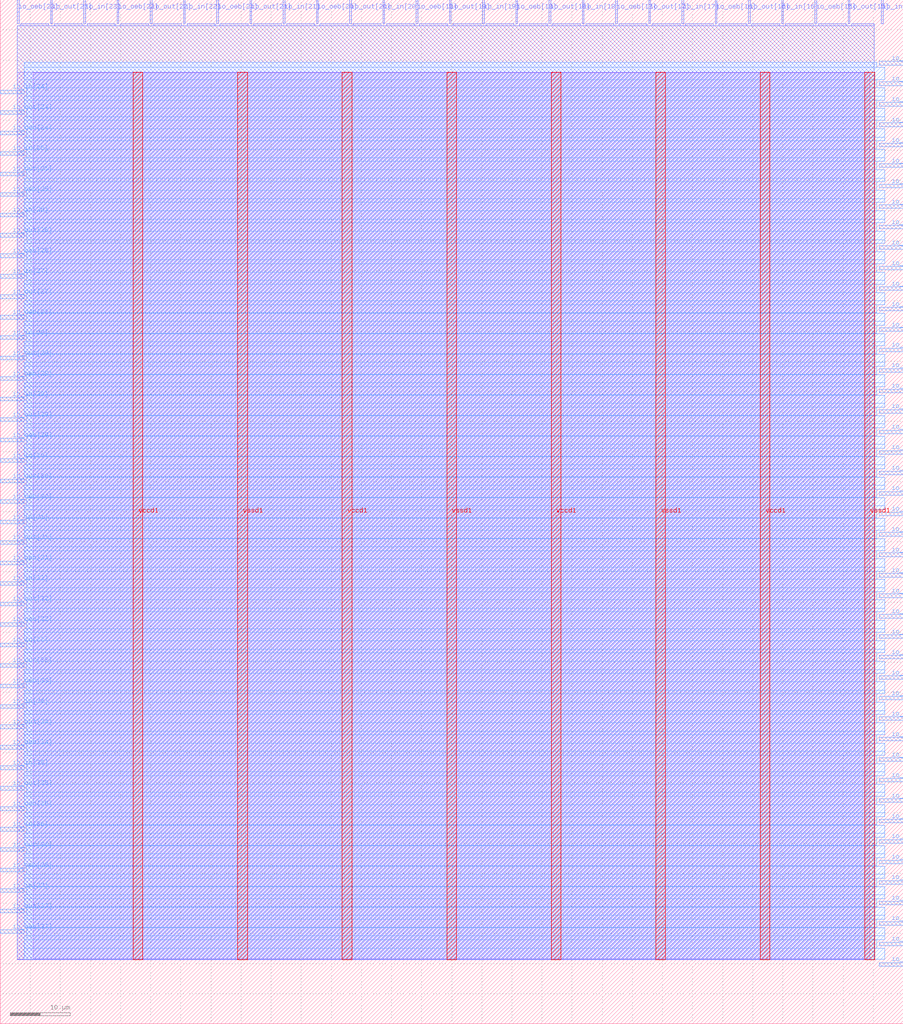
<source format=lef>
VERSION 5.7 ;
  NOWIREEXTENSIONATPIN ON ;
  DIVIDERCHAR "/" ;
  BUSBITCHARS "[]" ;
MACRO tiny_user_project
  CLASS BLOCK ;
  FOREIGN tiny_user_project ;
  ORIGIN 0.000 0.000 ;
  SIZE 150.000 BY 170.000 ;
  PIN io_in[0]
    DIRECTION INPUT ;
    USE SIGNAL ;
    PORT
      LAYER met3 ;
        RECT 146.000 9.560 150.000 10.160 ;
    END
  END io_in[0]
  PIN io_in[10]
    DIRECTION INPUT ;
    USE SIGNAL ;
    PORT
      LAYER met3 ;
        RECT 146.000 111.560 150.000 112.160 ;
    END
  END io_in[10]
  PIN io_in[11]
    DIRECTION INPUT ;
    USE SIGNAL ;
    PORT
      LAYER met3 ;
        RECT 146.000 121.760 150.000 122.360 ;
    END
  END io_in[11]
  PIN io_in[12]
    DIRECTION INPUT ;
    USE SIGNAL ;
    PORT
      LAYER met3 ;
        RECT 146.000 131.960 150.000 132.560 ;
    END
  END io_in[12]
  PIN io_in[13]
    DIRECTION INPUT ;
    USE SIGNAL ;
    PORT
      LAYER met3 ;
        RECT 146.000 142.160 150.000 142.760 ;
    END
  END io_in[13]
  PIN io_in[14]
    DIRECTION INPUT ;
    USE SIGNAL ;
    PORT
      LAYER met3 ;
        RECT 146.000 152.360 150.000 152.960 ;
    END
  END io_in[14]
  PIN io_in[15]
    DIRECTION INPUT ;
    USE SIGNAL ;
    PORT
      LAYER met2 ;
        RECT 146.370 166.000 146.650 170.000 ;
    END
  END io_in[15]
  PIN io_in[16]
    DIRECTION INPUT ;
    USE SIGNAL ;
    PORT
      LAYER met2 ;
        RECT 129.810 166.000 130.090 170.000 ;
    END
  END io_in[16]
  PIN io_in[17]
    DIRECTION INPUT ;
    USE SIGNAL ;
    PORT
      LAYER met2 ;
        RECT 113.250 166.000 113.530 170.000 ;
    END
  END io_in[17]
  PIN io_in[18]
    DIRECTION INPUT ;
    USE SIGNAL ;
    PORT
      LAYER met2 ;
        RECT 96.690 166.000 96.970 170.000 ;
    END
  END io_in[18]
  PIN io_in[19]
    DIRECTION INPUT ;
    USE SIGNAL ;
    PORT
      LAYER met2 ;
        RECT 80.130 166.000 80.410 170.000 ;
    END
  END io_in[19]
  PIN io_in[1]
    DIRECTION INPUT ;
    USE SIGNAL ;
    PORT
      LAYER met3 ;
        RECT 146.000 19.760 150.000 20.360 ;
    END
  END io_in[1]
  PIN io_in[20]
    DIRECTION INPUT ;
    USE SIGNAL ;
    PORT
      LAYER met2 ;
        RECT 63.570 166.000 63.850 170.000 ;
    END
  END io_in[20]
  PIN io_in[21]
    DIRECTION INPUT ;
    USE SIGNAL ;
    PORT
      LAYER met2 ;
        RECT 47.010 166.000 47.290 170.000 ;
    END
  END io_in[21]
  PIN io_in[22]
    DIRECTION INPUT ;
    USE SIGNAL ;
    PORT
      LAYER met2 ;
        RECT 30.450 166.000 30.730 170.000 ;
    END
  END io_in[22]
  PIN io_in[23]
    DIRECTION INPUT ;
    USE SIGNAL ;
    PORT
      LAYER met2 ;
        RECT 13.890 166.000 14.170 170.000 ;
    END
  END io_in[23]
  PIN io_in[24]
    DIRECTION INPUT ;
    USE SIGNAL ;
    PORT
      LAYER met3 ;
        RECT 0.000 154.400 4.000 155.000 ;
    END
  END io_in[24]
  PIN io_in[25]
    DIRECTION INPUT ;
    USE SIGNAL ;
    PORT
      LAYER met3 ;
        RECT 0.000 144.200 4.000 144.800 ;
    END
  END io_in[25]
  PIN io_in[26]
    DIRECTION INPUT ;
    USE SIGNAL ;
    PORT
      LAYER met3 ;
        RECT 0.000 134.000 4.000 134.600 ;
    END
  END io_in[26]
  PIN io_in[27]
    DIRECTION INPUT ;
    USE SIGNAL ;
    PORT
      LAYER met3 ;
        RECT 0.000 123.800 4.000 124.400 ;
    END
  END io_in[27]
  PIN io_in[28]
    DIRECTION INPUT ;
    USE SIGNAL ;
    PORT
      LAYER met3 ;
        RECT 0.000 113.600 4.000 114.200 ;
    END
  END io_in[28]
  PIN io_in[29]
    DIRECTION INPUT ;
    USE SIGNAL ;
    PORT
      LAYER met3 ;
        RECT 0.000 103.400 4.000 104.000 ;
    END
  END io_in[29]
  PIN io_in[2]
    DIRECTION INPUT ;
    USE SIGNAL ;
    PORT
      LAYER met3 ;
        RECT 146.000 29.960 150.000 30.560 ;
    END
  END io_in[2]
  PIN io_in[30]
    DIRECTION INPUT ;
    USE SIGNAL ;
    PORT
      LAYER met3 ;
        RECT 0.000 93.200 4.000 93.800 ;
    END
  END io_in[30]
  PIN io_in[31]
    DIRECTION INPUT ;
    USE SIGNAL ;
    PORT
      LAYER met3 ;
        RECT 0.000 83.000 4.000 83.600 ;
    END
  END io_in[31]
  PIN io_in[32]
    DIRECTION INPUT ;
    USE SIGNAL ;
    PORT
      LAYER met3 ;
        RECT 0.000 72.800 4.000 73.400 ;
    END
  END io_in[32]
  PIN io_in[33]
    DIRECTION INPUT ;
    USE SIGNAL ;
    PORT
      LAYER met3 ;
        RECT 0.000 62.600 4.000 63.200 ;
    END
  END io_in[33]
  PIN io_in[34]
    DIRECTION INPUT ;
    USE SIGNAL ;
    PORT
      LAYER met3 ;
        RECT 0.000 52.400 4.000 53.000 ;
    END
  END io_in[34]
  PIN io_in[35]
    DIRECTION INPUT ;
    USE SIGNAL ;
    PORT
      LAYER met3 ;
        RECT 0.000 42.200 4.000 42.800 ;
    END
  END io_in[35]
  PIN io_in[36]
    DIRECTION INPUT ;
    USE SIGNAL ;
    PORT
      LAYER met3 ;
        RECT 0.000 32.000 4.000 32.600 ;
    END
  END io_in[36]
  PIN io_in[37]
    DIRECTION INPUT ;
    USE SIGNAL ;
    PORT
      LAYER met3 ;
        RECT 0.000 21.800 4.000 22.400 ;
    END
  END io_in[37]
  PIN io_in[3]
    DIRECTION INPUT ;
    USE SIGNAL ;
    PORT
      LAYER met3 ;
        RECT 146.000 40.160 150.000 40.760 ;
    END
  END io_in[3]
  PIN io_in[4]
    DIRECTION INPUT ;
    USE SIGNAL ;
    PORT
      LAYER met3 ;
        RECT 146.000 50.360 150.000 50.960 ;
    END
  END io_in[4]
  PIN io_in[5]
    DIRECTION INPUT ;
    USE SIGNAL ;
    PORT
      LAYER met3 ;
        RECT 146.000 60.560 150.000 61.160 ;
    END
  END io_in[5]
  PIN io_in[6]
    DIRECTION INPUT ;
    USE SIGNAL ;
    PORT
      LAYER met3 ;
        RECT 146.000 70.760 150.000 71.360 ;
    END
  END io_in[6]
  PIN io_in[7]
    DIRECTION INPUT ;
    USE SIGNAL ;
    PORT
      LAYER met3 ;
        RECT 146.000 80.960 150.000 81.560 ;
    END
  END io_in[7]
  PIN io_in[8]
    DIRECTION INPUT ;
    USE SIGNAL ;
    PORT
      LAYER met3 ;
        RECT 146.000 91.160 150.000 91.760 ;
    END
  END io_in[8]
  PIN io_in[9]
    DIRECTION INPUT ;
    USE SIGNAL ;
    PORT
      LAYER met3 ;
        RECT 146.000 101.360 150.000 101.960 ;
    END
  END io_in[9]
  PIN io_oeb[0]
    DIRECTION OUTPUT TRISTATE ;
    USE SIGNAL ;
    PORT
      LAYER met3 ;
        RECT 146.000 16.360 150.000 16.960 ;
    END
  END io_oeb[0]
  PIN io_oeb[10]
    DIRECTION OUTPUT TRISTATE ;
    USE SIGNAL ;
    PORT
      LAYER met3 ;
        RECT 146.000 118.360 150.000 118.960 ;
    END
  END io_oeb[10]
  PIN io_oeb[11]
    DIRECTION OUTPUT TRISTATE ;
    USE SIGNAL ;
    PORT
      LAYER met3 ;
        RECT 146.000 128.560 150.000 129.160 ;
    END
  END io_oeb[11]
  PIN io_oeb[12]
    DIRECTION OUTPUT TRISTATE ;
    USE SIGNAL ;
    PORT
      LAYER met3 ;
        RECT 146.000 138.760 150.000 139.360 ;
    END
  END io_oeb[12]
  PIN io_oeb[13]
    DIRECTION OUTPUT TRISTATE ;
    USE SIGNAL ;
    PORT
      LAYER met3 ;
        RECT 146.000 148.960 150.000 149.560 ;
    END
  END io_oeb[13]
  PIN io_oeb[14]
    DIRECTION OUTPUT TRISTATE ;
    USE SIGNAL ;
    PORT
      LAYER met3 ;
        RECT 146.000 159.160 150.000 159.760 ;
    END
  END io_oeb[14]
  PIN io_oeb[15]
    DIRECTION OUTPUT TRISTATE ;
    USE SIGNAL ;
    PORT
      LAYER met2 ;
        RECT 135.330 166.000 135.610 170.000 ;
    END
  END io_oeb[15]
  PIN io_oeb[16]
    DIRECTION OUTPUT TRISTATE ;
    USE SIGNAL ;
    PORT
      LAYER met2 ;
        RECT 118.770 166.000 119.050 170.000 ;
    END
  END io_oeb[16]
  PIN io_oeb[17]
    DIRECTION OUTPUT TRISTATE ;
    USE SIGNAL ;
    PORT
      LAYER met2 ;
        RECT 102.210 166.000 102.490 170.000 ;
    END
  END io_oeb[17]
  PIN io_oeb[18]
    DIRECTION OUTPUT TRISTATE ;
    USE SIGNAL ;
    PORT
      LAYER met2 ;
        RECT 85.650 166.000 85.930 170.000 ;
    END
  END io_oeb[18]
  PIN io_oeb[19]
    DIRECTION OUTPUT TRISTATE ;
    USE SIGNAL ;
    PORT
      LAYER met2 ;
        RECT 69.090 166.000 69.370 170.000 ;
    END
  END io_oeb[19]
  PIN io_oeb[1]
    DIRECTION OUTPUT TRISTATE ;
    USE SIGNAL ;
    PORT
      LAYER met3 ;
        RECT 146.000 26.560 150.000 27.160 ;
    END
  END io_oeb[1]
  PIN io_oeb[20]
    DIRECTION OUTPUT TRISTATE ;
    USE SIGNAL ;
    PORT
      LAYER met2 ;
        RECT 52.530 166.000 52.810 170.000 ;
    END
  END io_oeb[20]
  PIN io_oeb[21]
    DIRECTION OUTPUT TRISTATE ;
    USE SIGNAL ;
    PORT
      LAYER met2 ;
        RECT 35.970 166.000 36.250 170.000 ;
    END
  END io_oeb[21]
  PIN io_oeb[22]
    DIRECTION OUTPUT TRISTATE ;
    USE SIGNAL ;
    PORT
      LAYER met2 ;
        RECT 19.410 166.000 19.690 170.000 ;
    END
  END io_oeb[22]
  PIN io_oeb[23]
    DIRECTION OUTPUT TRISTATE ;
    USE SIGNAL ;
    PORT
      LAYER met2 ;
        RECT 2.850 166.000 3.130 170.000 ;
    END
  END io_oeb[23]
  PIN io_oeb[24]
    DIRECTION OUTPUT TRISTATE ;
    USE SIGNAL ;
    PORT
      LAYER met3 ;
        RECT 0.000 147.600 4.000 148.200 ;
    END
  END io_oeb[24]
  PIN io_oeb[25]
    DIRECTION OUTPUT TRISTATE ;
    USE SIGNAL ;
    PORT
      LAYER met3 ;
        RECT 0.000 137.400 4.000 138.000 ;
    END
  END io_oeb[25]
  PIN io_oeb[26]
    DIRECTION OUTPUT TRISTATE ;
    USE SIGNAL ;
    PORT
      LAYER met3 ;
        RECT 0.000 127.200 4.000 127.800 ;
    END
  END io_oeb[26]
  PIN io_oeb[27]
    DIRECTION OUTPUT TRISTATE ;
    USE SIGNAL ;
    PORT
      LAYER met3 ;
        RECT 0.000 117.000 4.000 117.600 ;
    END
  END io_oeb[27]
  PIN io_oeb[28]
    DIRECTION OUTPUT TRISTATE ;
    USE SIGNAL ;
    PORT
      LAYER met3 ;
        RECT 0.000 106.800 4.000 107.400 ;
    END
  END io_oeb[28]
  PIN io_oeb[29]
    DIRECTION OUTPUT TRISTATE ;
    USE SIGNAL ;
    PORT
      LAYER met3 ;
        RECT 0.000 96.600 4.000 97.200 ;
    END
  END io_oeb[29]
  PIN io_oeb[2]
    DIRECTION OUTPUT TRISTATE ;
    USE SIGNAL ;
    PORT
      LAYER met3 ;
        RECT 146.000 36.760 150.000 37.360 ;
    END
  END io_oeb[2]
  PIN io_oeb[30]
    DIRECTION OUTPUT TRISTATE ;
    USE SIGNAL ;
    PORT
      LAYER met3 ;
        RECT 0.000 86.400 4.000 87.000 ;
    END
  END io_oeb[30]
  PIN io_oeb[31]
    DIRECTION OUTPUT TRISTATE ;
    USE SIGNAL ;
    PORT
      LAYER met3 ;
        RECT 0.000 76.200 4.000 76.800 ;
    END
  END io_oeb[31]
  PIN io_oeb[32]
    DIRECTION OUTPUT TRISTATE ;
    USE SIGNAL ;
    PORT
      LAYER met3 ;
        RECT 0.000 66.000 4.000 66.600 ;
    END
  END io_oeb[32]
  PIN io_oeb[33]
    DIRECTION OUTPUT TRISTATE ;
    USE SIGNAL ;
    PORT
      LAYER met3 ;
        RECT 0.000 55.800 4.000 56.400 ;
    END
  END io_oeb[33]
  PIN io_oeb[34]
    DIRECTION OUTPUT TRISTATE ;
    USE SIGNAL ;
    PORT
      LAYER met3 ;
        RECT 0.000 45.600 4.000 46.200 ;
    END
  END io_oeb[34]
  PIN io_oeb[35]
    DIRECTION OUTPUT TRISTATE ;
    USE SIGNAL ;
    PORT
      LAYER met3 ;
        RECT 0.000 35.400 4.000 36.000 ;
    END
  END io_oeb[35]
  PIN io_oeb[36]
    DIRECTION OUTPUT TRISTATE ;
    USE SIGNAL ;
    PORT
      LAYER met3 ;
        RECT 0.000 25.200 4.000 25.800 ;
    END
  END io_oeb[36]
  PIN io_oeb[37]
    DIRECTION OUTPUT TRISTATE ;
    USE SIGNAL ;
    PORT
      LAYER met3 ;
        RECT 0.000 15.000 4.000 15.600 ;
    END
  END io_oeb[37]
  PIN io_oeb[3]
    DIRECTION OUTPUT TRISTATE ;
    USE SIGNAL ;
    PORT
      LAYER met3 ;
        RECT 146.000 46.960 150.000 47.560 ;
    END
  END io_oeb[3]
  PIN io_oeb[4]
    DIRECTION OUTPUT TRISTATE ;
    USE SIGNAL ;
    PORT
      LAYER met3 ;
        RECT 146.000 57.160 150.000 57.760 ;
    END
  END io_oeb[4]
  PIN io_oeb[5]
    DIRECTION OUTPUT TRISTATE ;
    USE SIGNAL ;
    PORT
      LAYER met3 ;
        RECT 146.000 67.360 150.000 67.960 ;
    END
  END io_oeb[5]
  PIN io_oeb[6]
    DIRECTION OUTPUT TRISTATE ;
    USE SIGNAL ;
    PORT
      LAYER met3 ;
        RECT 146.000 77.560 150.000 78.160 ;
    END
  END io_oeb[6]
  PIN io_oeb[7]
    DIRECTION OUTPUT TRISTATE ;
    USE SIGNAL ;
    PORT
      LAYER met3 ;
        RECT 146.000 87.760 150.000 88.360 ;
    END
  END io_oeb[7]
  PIN io_oeb[8]
    DIRECTION OUTPUT TRISTATE ;
    USE SIGNAL ;
    PORT
      LAYER met3 ;
        RECT 146.000 97.960 150.000 98.560 ;
    END
  END io_oeb[8]
  PIN io_oeb[9]
    DIRECTION OUTPUT TRISTATE ;
    USE SIGNAL ;
    PORT
      LAYER met3 ;
        RECT 146.000 108.160 150.000 108.760 ;
    END
  END io_oeb[9]
  PIN io_out[0]
    DIRECTION OUTPUT TRISTATE ;
    USE SIGNAL ;
    PORT
      LAYER met3 ;
        RECT 146.000 12.960 150.000 13.560 ;
    END
  END io_out[0]
  PIN io_out[10]
    DIRECTION OUTPUT TRISTATE ;
    USE SIGNAL ;
    PORT
      LAYER met3 ;
        RECT 146.000 114.960 150.000 115.560 ;
    END
  END io_out[10]
  PIN io_out[11]
    DIRECTION OUTPUT TRISTATE ;
    USE SIGNAL ;
    PORT
      LAYER met3 ;
        RECT 146.000 125.160 150.000 125.760 ;
    END
  END io_out[11]
  PIN io_out[12]
    DIRECTION OUTPUT TRISTATE ;
    USE SIGNAL ;
    PORT
      LAYER met3 ;
        RECT 146.000 135.360 150.000 135.960 ;
    END
  END io_out[12]
  PIN io_out[13]
    DIRECTION OUTPUT TRISTATE ;
    USE SIGNAL ;
    PORT
      LAYER met3 ;
        RECT 146.000 145.560 150.000 146.160 ;
    END
  END io_out[13]
  PIN io_out[14]
    DIRECTION OUTPUT TRISTATE ;
    USE SIGNAL ;
    PORT
      LAYER met3 ;
        RECT 146.000 155.760 150.000 156.360 ;
    END
  END io_out[14]
  PIN io_out[15]
    DIRECTION OUTPUT TRISTATE ;
    USE SIGNAL ;
    PORT
      LAYER met2 ;
        RECT 140.850 166.000 141.130 170.000 ;
    END
  END io_out[15]
  PIN io_out[16]
    DIRECTION OUTPUT TRISTATE ;
    USE SIGNAL ;
    PORT
      LAYER met2 ;
        RECT 124.290 166.000 124.570 170.000 ;
    END
  END io_out[16]
  PIN io_out[17]
    DIRECTION OUTPUT TRISTATE ;
    USE SIGNAL ;
    PORT
      LAYER met2 ;
        RECT 107.730 166.000 108.010 170.000 ;
    END
  END io_out[17]
  PIN io_out[18]
    DIRECTION OUTPUT TRISTATE ;
    USE SIGNAL ;
    PORT
      LAYER met2 ;
        RECT 91.170 166.000 91.450 170.000 ;
    END
  END io_out[18]
  PIN io_out[19]
    DIRECTION OUTPUT TRISTATE ;
    USE SIGNAL ;
    PORT
      LAYER met2 ;
        RECT 74.610 166.000 74.890 170.000 ;
    END
  END io_out[19]
  PIN io_out[1]
    DIRECTION OUTPUT TRISTATE ;
    USE SIGNAL ;
    PORT
      LAYER met3 ;
        RECT 146.000 23.160 150.000 23.760 ;
    END
  END io_out[1]
  PIN io_out[20]
    DIRECTION OUTPUT TRISTATE ;
    USE SIGNAL ;
    PORT
      LAYER met2 ;
        RECT 58.050 166.000 58.330 170.000 ;
    END
  END io_out[20]
  PIN io_out[21]
    DIRECTION OUTPUT TRISTATE ;
    USE SIGNAL ;
    PORT
      LAYER met2 ;
        RECT 41.490 166.000 41.770 170.000 ;
    END
  END io_out[21]
  PIN io_out[22]
    DIRECTION OUTPUT TRISTATE ;
    USE SIGNAL ;
    PORT
      LAYER met2 ;
        RECT 24.930 166.000 25.210 170.000 ;
    END
  END io_out[22]
  PIN io_out[23]
    DIRECTION OUTPUT TRISTATE ;
    USE SIGNAL ;
    PORT
      LAYER met2 ;
        RECT 8.370 166.000 8.650 170.000 ;
    END
  END io_out[23]
  PIN io_out[24]
    DIRECTION OUTPUT TRISTATE ;
    USE SIGNAL ;
    PORT
      LAYER met3 ;
        RECT 0.000 151.000 4.000 151.600 ;
    END
  END io_out[24]
  PIN io_out[25]
    DIRECTION OUTPUT TRISTATE ;
    USE SIGNAL ;
    PORT
      LAYER met3 ;
        RECT 0.000 140.800 4.000 141.400 ;
    END
  END io_out[25]
  PIN io_out[26]
    DIRECTION OUTPUT TRISTATE ;
    USE SIGNAL ;
    PORT
      LAYER met3 ;
        RECT 0.000 130.600 4.000 131.200 ;
    END
  END io_out[26]
  PIN io_out[27]
    DIRECTION OUTPUT TRISTATE ;
    USE SIGNAL ;
    PORT
      LAYER met3 ;
        RECT 0.000 120.400 4.000 121.000 ;
    END
  END io_out[27]
  PIN io_out[28]
    DIRECTION OUTPUT TRISTATE ;
    USE SIGNAL ;
    PORT
      LAYER met3 ;
        RECT 0.000 110.200 4.000 110.800 ;
    END
  END io_out[28]
  PIN io_out[29]
    DIRECTION OUTPUT TRISTATE ;
    USE SIGNAL ;
    PORT
      LAYER met3 ;
        RECT 0.000 100.000 4.000 100.600 ;
    END
  END io_out[29]
  PIN io_out[2]
    DIRECTION OUTPUT TRISTATE ;
    USE SIGNAL ;
    PORT
      LAYER met3 ;
        RECT 146.000 33.360 150.000 33.960 ;
    END
  END io_out[2]
  PIN io_out[30]
    DIRECTION OUTPUT TRISTATE ;
    USE SIGNAL ;
    PORT
      LAYER met3 ;
        RECT 0.000 89.800 4.000 90.400 ;
    END
  END io_out[30]
  PIN io_out[31]
    DIRECTION OUTPUT TRISTATE ;
    USE SIGNAL ;
    PORT
      LAYER met3 ;
        RECT 0.000 79.600 4.000 80.200 ;
    END
  END io_out[31]
  PIN io_out[32]
    DIRECTION OUTPUT TRISTATE ;
    USE SIGNAL ;
    PORT
      LAYER met3 ;
        RECT 0.000 69.400 4.000 70.000 ;
    END
  END io_out[32]
  PIN io_out[33]
    DIRECTION OUTPUT TRISTATE ;
    USE SIGNAL ;
    PORT
      LAYER met3 ;
        RECT 0.000 59.200 4.000 59.800 ;
    END
  END io_out[33]
  PIN io_out[34]
    DIRECTION OUTPUT TRISTATE ;
    USE SIGNAL ;
    PORT
      LAYER met3 ;
        RECT 0.000 49.000 4.000 49.600 ;
    END
  END io_out[34]
  PIN io_out[35]
    DIRECTION OUTPUT TRISTATE ;
    USE SIGNAL ;
    PORT
      LAYER met3 ;
        RECT 0.000 38.800 4.000 39.400 ;
    END
  END io_out[35]
  PIN io_out[36]
    DIRECTION OUTPUT TRISTATE ;
    USE SIGNAL ;
    PORT
      LAYER met3 ;
        RECT 0.000 28.600 4.000 29.200 ;
    END
  END io_out[36]
  PIN io_out[37]
    DIRECTION OUTPUT TRISTATE ;
    USE SIGNAL ;
    PORT
      LAYER met3 ;
        RECT 0.000 18.400 4.000 19.000 ;
    END
  END io_out[37]
  PIN io_out[3]
    DIRECTION OUTPUT TRISTATE ;
    USE SIGNAL ;
    PORT
      LAYER met3 ;
        RECT 146.000 43.560 150.000 44.160 ;
    END
  END io_out[3]
  PIN io_out[4]
    DIRECTION OUTPUT TRISTATE ;
    USE SIGNAL ;
    PORT
      LAYER met3 ;
        RECT 146.000 53.760 150.000 54.360 ;
    END
  END io_out[4]
  PIN io_out[5]
    DIRECTION OUTPUT TRISTATE ;
    USE SIGNAL ;
    PORT
      LAYER met3 ;
        RECT 146.000 63.960 150.000 64.560 ;
    END
  END io_out[5]
  PIN io_out[6]
    DIRECTION OUTPUT TRISTATE ;
    USE SIGNAL ;
    PORT
      LAYER met3 ;
        RECT 146.000 74.160 150.000 74.760 ;
    END
  END io_out[6]
  PIN io_out[7]
    DIRECTION OUTPUT TRISTATE ;
    USE SIGNAL ;
    PORT
      LAYER met3 ;
        RECT 146.000 84.360 150.000 84.960 ;
    END
  END io_out[7]
  PIN io_out[8]
    DIRECTION OUTPUT TRISTATE ;
    USE SIGNAL ;
    PORT
      LAYER met3 ;
        RECT 146.000 94.560 150.000 95.160 ;
    END
  END io_out[8]
  PIN io_out[9]
    DIRECTION OUTPUT TRISTATE ;
    USE SIGNAL ;
    PORT
      LAYER met3 ;
        RECT 146.000 104.760 150.000 105.360 ;
    END
  END io_out[9]
  PIN vccd1
    DIRECTION INOUT ;
    USE POWER ;
    PORT
      LAYER met4 ;
        RECT 22.085 10.640 23.685 158.000 ;
    END
    PORT
      LAYER met4 ;
        RECT 56.815 10.640 58.415 158.000 ;
    END
    PORT
      LAYER met4 ;
        RECT 91.545 10.640 93.145 158.000 ;
    END
    PORT
      LAYER met4 ;
        RECT 126.275 10.640 127.875 158.000 ;
    END
  END vccd1
  PIN vssd1
    DIRECTION INOUT ;
    USE GROUND ;
    PORT
      LAYER met4 ;
        RECT 39.450 10.640 41.050 158.000 ;
    END
    PORT
      LAYER met4 ;
        RECT 74.180 10.640 75.780 158.000 ;
    END
    PORT
      LAYER met4 ;
        RECT 108.910 10.640 110.510 158.000 ;
    END
    PORT
      LAYER met4 ;
        RECT 143.640 10.640 145.240 158.000 ;
    END
  END vssd1
  OBS
      LAYER li1 ;
        RECT 5.520 10.795 144.440 157.845 ;
      LAYER met1 ;
        RECT 2.830 10.640 145.240 158.000 ;
      LAYER met2 ;
        RECT 3.410 165.720 8.090 166.000 ;
        RECT 8.930 165.720 13.610 166.000 ;
        RECT 14.450 165.720 19.130 166.000 ;
        RECT 19.970 165.720 24.650 166.000 ;
        RECT 25.490 165.720 30.170 166.000 ;
        RECT 31.010 165.720 35.690 166.000 ;
        RECT 36.530 165.720 41.210 166.000 ;
        RECT 42.050 165.720 46.730 166.000 ;
        RECT 47.570 165.720 52.250 166.000 ;
        RECT 53.090 165.720 57.770 166.000 ;
        RECT 58.610 165.720 63.290 166.000 ;
        RECT 64.130 165.720 68.810 166.000 ;
        RECT 69.650 165.720 74.330 166.000 ;
        RECT 75.170 165.720 79.850 166.000 ;
        RECT 80.690 165.720 85.370 166.000 ;
        RECT 86.210 165.720 90.890 166.000 ;
        RECT 91.730 165.720 96.410 166.000 ;
        RECT 97.250 165.720 101.930 166.000 ;
        RECT 102.770 165.720 107.450 166.000 ;
        RECT 108.290 165.720 112.970 166.000 ;
        RECT 113.810 165.720 118.490 166.000 ;
        RECT 119.330 165.720 124.010 166.000 ;
        RECT 124.850 165.720 129.530 166.000 ;
        RECT 130.370 165.720 135.050 166.000 ;
        RECT 135.890 165.720 140.570 166.000 ;
        RECT 141.410 165.720 145.210 166.000 ;
        RECT 2.860 10.695 145.210 165.720 ;
      LAYER met3 ;
        RECT 4.000 158.760 145.600 159.625 ;
        RECT 4.000 156.760 146.890 158.760 ;
        RECT 4.000 155.400 145.600 156.760 ;
        RECT 4.400 155.360 145.600 155.400 ;
        RECT 4.400 154.000 146.890 155.360 ;
        RECT 4.000 153.360 146.890 154.000 ;
        RECT 4.000 152.000 145.600 153.360 ;
        RECT 4.400 151.960 145.600 152.000 ;
        RECT 4.400 150.600 146.890 151.960 ;
        RECT 4.000 149.960 146.890 150.600 ;
        RECT 4.000 148.600 145.600 149.960 ;
        RECT 4.400 148.560 145.600 148.600 ;
        RECT 4.400 147.200 146.890 148.560 ;
        RECT 4.000 146.560 146.890 147.200 ;
        RECT 4.000 145.200 145.600 146.560 ;
        RECT 4.400 145.160 145.600 145.200 ;
        RECT 4.400 143.800 146.890 145.160 ;
        RECT 4.000 143.160 146.890 143.800 ;
        RECT 4.000 141.800 145.600 143.160 ;
        RECT 4.400 141.760 145.600 141.800 ;
        RECT 4.400 140.400 146.890 141.760 ;
        RECT 4.000 139.760 146.890 140.400 ;
        RECT 4.000 138.400 145.600 139.760 ;
        RECT 4.400 138.360 145.600 138.400 ;
        RECT 4.400 137.000 146.890 138.360 ;
        RECT 4.000 136.360 146.890 137.000 ;
        RECT 4.000 135.000 145.600 136.360 ;
        RECT 4.400 134.960 145.600 135.000 ;
        RECT 4.400 133.600 146.890 134.960 ;
        RECT 4.000 132.960 146.890 133.600 ;
        RECT 4.000 131.600 145.600 132.960 ;
        RECT 4.400 131.560 145.600 131.600 ;
        RECT 4.400 130.200 146.890 131.560 ;
        RECT 4.000 129.560 146.890 130.200 ;
        RECT 4.000 128.200 145.600 129.560 ;
        RECT 4.400 128.160 145.600 128.200 ;
        RECT 4.400 126.800 146.890 128.160 ;
        RECT 4.000 126.160 146.890 126.800 ;
        RECT 4.000 124.800 145.600 126.160 ;
        RECT 4.400 124.760 145.600 124.800 ;
        RECT 4.400 123.400 146.890 124.760 ;
        RECT 4.000 122.760 146.890 123.400 ;
        RECT 4.000 121.400 145.600 122.760 ;
        RECT 4.400 121.360 145.600 121.400 ;
        RECT 4.400 120.000 146.890 121.360 ;
        RECT 4.000 119.360 146.890 120.000 ;
        RECT 4.000 118.000 145.600 119.360 ;
        RECT 4.400 117.960 145.600 118.000 ;
        RECT 4.400 116.600 146.890 117.960 ;
        RECT 4.000 115.960 146.890 116.600 ;
        RECT 4.000 114.600 145.600 115.960 ;
        RECT 4.400 114.560 145.600 114.600 ;
        RECT 4.400 113.200 146.890 114.560 ;
        RECT 4.000 112.560 146.890 113.200 ;
        RECT 4.000 111.200 145.600 112.560 ;
        RECT 4.400 111.160 145.600 111.200 ;
        RECT 4.400 109.800 146.890 111.160 ;
        RECT 4.000 109.160 146.890 109.800 ;
        RECT 4.000 107.800 145.600 109.160 ;
        RECT 4.400 107.760 145.600 107.800 ;
        RECT 4.400 106.400 146.890 107.760 ;
        RECT 4.000 105.760 146.890 106.400 ;
        RECT 4.000 104.400 145.600 105.760 ;
        RECT 4.400 104.360 145.600 104.400 ;
        RECT 4.400 103.000 146.890 104.360 ;
        RECT 4.000 102.360 146.890 103.000 ;
        RECT 4.000 101.000 145.600 102.360 ;
        RECT 4.400 100.960 145.600 101.000 ;
        RECT 4.400 99.600 146.890 100.960 ;
        RECT 4.000 98.960 146.890 99.600 ;
        RECT 4.000 97.600 145.600 98.960 ;
        RECT 4.400 97.560 145.600 97.600 ;
        RECT 4.400 96.200 146.890 97.560 ;
        RECT 4.000 95.560 146.890 96.200 ;
        RECT 4.000 94.200 145.600 95.560 ;
        RECT 4.400 94.160 145.600 94.200 ;
        RECT 4.400 92.800 146.890 94.160 ;
        RECT 4.000 92.160 146.890 92.800 ;
        RECT 4.000 90.800 145.600 92.160 ;
        RECT 4.400 90.760 145.600 90.800 ;
        RECT 4.400 89.400 146.890 90.760 ;
        RECT 4.000 88.760 146.890 89.400 ;
        RECT 4.000 87.400 145.600 88.760 ;
        RECT 4.400 87.360 145.600 87.400 ;
        RECT 4.400 86.000 146.890 87.360 ;
        RECT 4.000 85.360 146.890 86.000 ;
        RECT 4.000 84.000 145.600 85.360 ;
        RECT 4.400 83.960 145.600 84.000 ;
        RECT 4.400 82.600 146.890 83.960 ;
        RECT 4.000 81.960 146.890 82.600 ;
        RECT 4.000 80.600 145.600 81.960 ;
        RECT 4.400 80.560 145.600 80.600 ;
        RECT 4.400 79.200 146.890 80.560 ;
        RECT 4.000 78.560 146.890 79.200 ;
        RECT 4.000 77.200 145.600 78.560 ;
        RECT 4.400 77.160 145.600 77.200 ;
        RECT 4.400 75.800 146.890 77.160 ;
        RECT 4.000 75.160 146.890 75.800 ;
        RECT 4.000 73.800 145.600 75.160 ;
        RECT 4.400 73.760 145.600 73.800 ;
        RECT 4.400 72.400 146.890 73.760 ;
        RECT 4.000 71.760 146.890 72.400 ;
        RECT 4.000 70.400 145.600 71.760 ;
        RECT 4.400 70.360 145.600 70.400 ;
        RECT 4.400 69.000 146.890 70.360 ;
        RECT 4.000 68.360 146.890 69.000 ;
        RECT 4.000 67.000 145.600 68.360 ;
        RECT 4.400 66.960 145.600 67.000 ;
        RECT 4.400 65.600 146.890 66.960 ;
        RECT 4.000 64.960 146.890 65.600 ;
        RECT 4.000 63.600 145.600 64.960 ;
        RECT 4.400 63.560 145.600 63.600 ;
        RECT 4.400 62.200 146.890 63.560 ;
        RECT 4.000 61.560 146.890 62.200 ;
        RECT 4.000 60.200 145.600 61.560 ;
        RECT 4.400 60.160 145.600 60.200 ;
        RECT 4.400 58.800 146.890 60.160 ;
        RECT 4.000 58.160 146.890 58.800 ;
        RECT 4.000 56.800 145.600 58.160 ;
        RECT 4.400 56.760 145.600 56.800 ;
        RECT 4.400 55.400 146.890 56.760 ;
        RECT 4.000 54.760 146.890 55.400 ;
        RECT 4.000 53.400 145.600 54.760 ;
        RECT 4.400 53.360 145.600 53.400 ;
        RECT 4.400 52.000 146.890 53.360 ;
        RECT 4.000 51.360 146.890 52.000 ;
        RECT 4.000 50.000 145.600 51.360 ;
        RECT 4.400 49.960 145.600 50.000 ;
        RECT 4.400 48.600 146.890 49.960 ;
        RECT 4.000 47.960 146.890 48.600 ;
        RECT 4.000 46.600 145.600 47.960 ;
        RECT 4.400 46.560 145.600 46.600 ;
        RECT 4.400 45.200 146.890 46.560 ;
        RECT 4.000 44.560 146.890 45.200 ;
        RECT 4.000 43.200 145.600 44.560 ;
        RECT 4.400 43.160 145.600 43.200 ;
        RECT 4.400 41.800 146.890 43.160 ;
        RECT 4.000 41.160 146.890 41.800 ;
        RECT 4.000 39.800 145.600 41.160 ;
        RECT 4.400 39.760 145.600 39.800 ;
        RECT 4.400 38.400 146.890 39.760 ;
        RECT 4.000 37.760 146.890 38.400 ;
        RECT 4.000 36.400 145.600 37.760 ;
        RECT 4.400 36.360 145.600 36.400 ;
        RECT 4.400 35.000 146.890 36.360 ;
        RECT 4.000 34.360 146.890 35.000 ;
        RECT 4.000 33.000 145.600 34.360 ;
        RECT 4.400 32.960 145.600 33.000 ;
        RECT 4.400 31.600 146.890 32.960 ;
        RECT 4.000 30.960 146.890 31.600 ;
        RECT 4.000 29.600 145.600 30.960 ;
        RECT 4.400 29.560 145.600 29.600 ;
        RECT 4.400 28.200 146.890 29.560 ;
        RECT 4.000 27.560 146.890 28.200 ;
        RECT 4.000 26.200 145.600 27.560 ;
        RECT 4.400 26.160 145.600 26.200 ;
        RECT 4.400 24.800 146.890 26.160 ;
        RECT 4.000 24.160 146.890 24.800 ;
        RECT 4.000 22.800 145.600 24.160 ;
        RECT 4.400 22.760 145.600 22.800 ;
        RECT 4.400 21.400 146.890 22.760 ;
        RECT 4.000 20.760 146.890 21.400 ;
        RECT 4.000 19.400 145.600 20.760 ;
        RECT 4.400 19.360 145.600 19.400 ;
        RECT 4.400 18.000 146.890 19.360 ;
        RECT 4.000 17.360 146.890 18.000 ;
        RECT 4.000 16.000 145.600 17.360 ;
        RECT 4.400 15.960 145.600 16.000 ;
        RECT 4.400 14.600 146.890 15.960 ;
        RECT 4.000 13.960 146.890 14.600 ;
        RECT 4.000 12.560 145.600 13.960 ;
        RECT 4.000 10.715 146.890 12.560 ;
  END
END tiny_user_project
END LIBRARY


</source>
